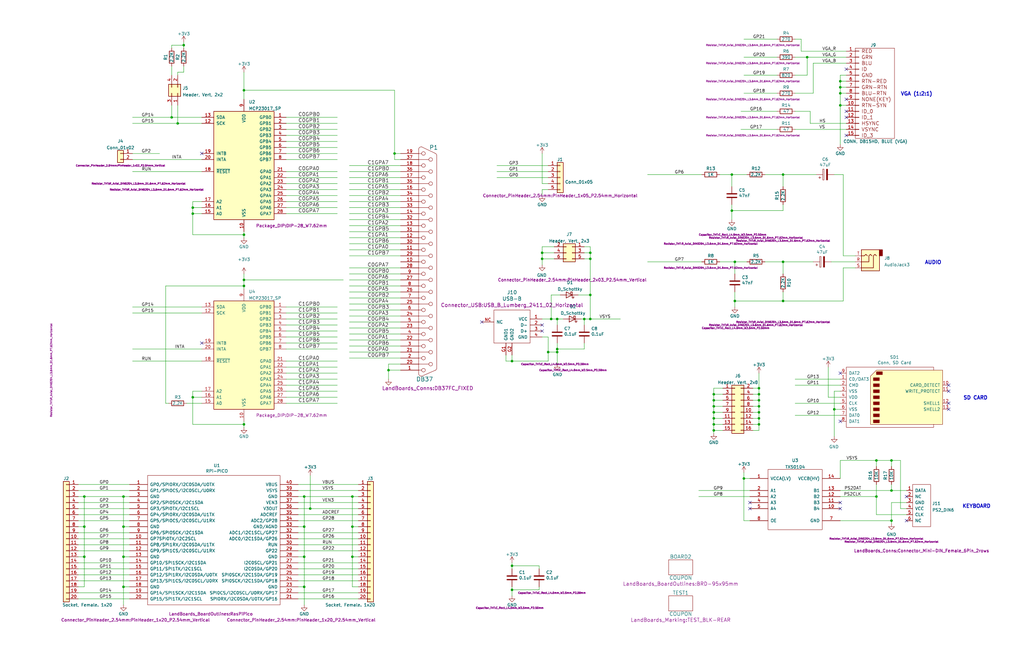
<source format=kicad_sch>
(kicad_sch (version 20211123) (generator eeschema)
  (paper "B")
  (title_block (title "PiPicoMite02") (date "2022-05-22") (rev "1") (company "land-boards.com"))
  (junction (at 300.99 176.53))
  (junction (at 35.56 234.95))
  (junction (at 234.95 147.32))
  (junction (at 320.04 163.83))
  (junction (at 308.61 73.66))
  (junction (at 369.57 194.31))
  (junction (at 320.04 171.45))
  (junction (at 102.87 99.06))
  (junction (at 309.88 110.49))
  (junction (at 52.07 234.95))
  (junction (at 234.95 134.62))
  (junction (at 52.07 209.55))
  (junction (at 231.14 148.59))
  (junction (at 81.28 87.63))
  (junction (at 300.99 171.45))
  (junction (at 148.59 222.25))
  (junction (at 300.99 181.61))
  (junction (at 102.87 179.07))
  (junction (at 313.69 201.93))
  (junction (at 81.28 167.64))
  (junction (at 77.47 19.05))
  (junction (at 102.87 120.65))
  (junction (at 354.33 36.83))
  (junction (at 248.92 134.62))
  (junction (at 351.79 172.72))
  (junction (at 320.04 179.07))
  (junction (at 163.83 156.21))
  (junction (at 300.99 166.37))
  (junction (at 52.07 247.65))
  (junction (at 148.59 234.95))
  (junction (at 128.27 209.55))
  (junction (at 309.88 127))
  (junction (at 130.81 214.63))
  (junction (at 81.28 90.17))
  (junction (at 35.56 222.25))
  (junction (at 35.56 209.55))
  (junction (at 320.04 166.37))
  (junction (at 128.27 247.65))
  (junction (at 246.38 134.62))
  (junction (at 354.33 44.45))
  (junction (at 354.33 39.37))
  (junction (at 330.2 110.49))
  (junction (at 74.93 52.07))
  (junction (at 375.92 194.31))
  (junction (at 102.87 118.11))
  (junction (at 300.99 179.07))
  (junction (at 320.04 168.91))
  (junction (at 102.87 38.1))
  (junction (at 228.6 106.68))
  (junction (at 248.92 124.46))
  (junction (at 330.2 73.66))
  (junction (at 148.59 209.55))
  (junction (at 52.07 222.25))
  (junction (at 300.99 168.91))
  (junction (at 215.9 152.4))
  (junction (at 232.41 134.62))
  (junction (at 375.92 219.71))
  (junction (at 215.9 238.76))
  (junction (at 308.61 88.9))
  (junction (at 375.92 207.01))
  (junction (at 320.04 173.99))
  (junction (at 248.92 106.68))
  (junction (at 228.6 109.22))
  (junction (at 320.04 176.53))
  (junction (at 234.95 148.59))
  (junction (at 128.27 222.25))
  (junction (at 72.39 49.53))
  (junction (at 330.2 127))
  (junction (at 354.33 34.29))
  (junction (at 248.92 109.22))
  (junction (at 215.9 248.92))
  (junction (at 166.37 64.77))
  (junction (at 340.36 24.13))
  (junction (at 128.27 234.95))
  (junction (at 369.57 209.55))
  (junction (at 300.99 173.99))
  (no_connect (at 228.6 139.7))
  (no_connect (at 228.6 137.16))
  (no_connect (at 203.2 135.89))
  (no_connect (at 354.33 157.48))
  (no_connect (at 400.05 165.1))
  (no_connect (at 400.05 162.56))
  (no_connect (at 354.33 177.8))
  (no_connect (at 316.23 214.63))
  (no_connect (at 316.23 212.09))
  (no_connect (at 354.33 212.09))
  (no_connect (at 354.33 214.63))
  (no_connect (at 382.27 219.71))
  (no_connect (at 382.27 209.55))
  (no_connect (at 85.09 64.77))
  (no_connect (at 85.09 144.78))
  (no_connect (at 400.05 172.72))
  (no_connect (at 400.05 170.18))
  (no_connect (at 356.87 49.53))
  (no_connect (at 356.87 57.15))
  (no_connect (at 356.87 41.91))
  (no_connect (at 356.87 29.21))
  (no_connect (at 356.87 46.99))
  (wire (pts (xy 248.92 104.14) (xy 246.38 104.14)))
  (wire (pts (xy 54.61 214.63) (xy 33.02 214.63)))
  (wire (pts (xy 54.61 234.95) (xy 52.07 234.95)))
  (wire (pts (xy 52.07 222.25) (xy 52.07 209.55)))
  (wire (pts (xy 246.38 137.16) (xy 246.38 134.62)))
  (wire (pts (xy 52.07 209.55) (xy 54.61 209.55)))
  (wire (pts (xy 72.39 49.53) (xy 85.09 49.53)))
  (wire (pts (xy 351.79 165.1) (xy 351.79 172.72)))
  (wire (pts (xy 317.5 181.61) (xy 320.04 181.61)))
  (wire (pts (xy 327.66 31.75) (xy 313.69 31.75)))
  (wire (pts (xy 120.65 142.24) (xy 142.24 142.24)))
  (wire (pts (xy 151.13 229.87) (xy 125.73 229.87)))
  (wire (pts (xy 379.73 214.63) (xy 379.73 194.31)))
  (wire (pts (xy 300.99 171.45) (xy 300.99 168.91)))
  (wire (pts (xy 330.2 110.49) (xy 330.2 115.57)))
  (wire (pts (xy 369.57 209.55) (xy 369.57 204.47)))
  (wire (pts (xy 102.87 179.07) (xy 102.87 180.34)))
  (wire (pts (xy 55.88 147.32) (xy 85.09 147.32)))
  (wire (pts (xy 55.88 129.54) (xy 85.09 129.54)))
  (wire (pts (xy 147.32 151.13) (xy 168.91 151.13)))
  (wire (pts (xy 54.61 219.71) (xy 33.02 219.71)))
  (wire (pts (xy 248.92 106.68) (xy 248.92 104.14)))
  (wire (pts (xy 294.64 209.55) (xy 316.23 209.55)))
  (wire (pts (xy 349.25 154.94) (xy 349.25 167.64)))
  (wire (pts (xy 246.38 147.32) (xy 246.38 144.78)))
  (wire (pts (xy 356.87 54.61) (xy 335.28 54.61)))
  (wire (pts (xy 77.47 27.94) (xy 77.47 30.48)))
  (wire (pts (xy 351.79 73.66) (xy 355.6 73.66)))
  (wire (pts (xy 147.32 118.11) (xy 168.91 118.11)))
  (wire (pts (xy 300.99 179.07) (xy 304.8 179.07)))
  (wire (pts (xy 125.73 247.65) (xy 128.27 247.65)))
  (wire (pts (xy 77.47 19.05) (xy 77.47 20.32)))
  (wire (pts (xy 382.27 207.01) (xy 375.92 207.01)))
  (wire (pts (xy 72.39 27.94) (xy 72.39 31.75)))
  (wire (pts (xy 300.99 173.99) (xy 304.8 173.99)))
  (wire (pts (xy 120.65 167.64) (xy 142.24 167.64)))
  (wire (pts (xy 382.27 214.63) (xy 379.73 214.63)))
  (wire (pts (xy 300.99 166.37) (xy 304.8 166.37)))
  (wire (pts (xy 215.9 237.49) (xy 215.9 238.76)))
  (wire (pts (xy 148.59 222.25) (xy 148.59 234.95)))
  (wire (pts (xy 151.13 240.03) (xy 125.73 240.03)))
  (wire (pts (xy 355.6 107.95) (xy 355.6 73.66)))
  (wire (pts (xy 354.33 34.29) (xy 354.33 36.83)))
  (wire (pts (xy 228.6 106.68) (xy 228.6 109.22)))
  (wire (pts (xy 81.28 99.06) (xy 81.28 90.17)))
  (wire (pts (xy 233.68 104.14) (xy 228.6 104.14)))
  (wire (pts (xy 120.65 67.31) (xy 142.24 67.31)))
  (wire (pts (xy 215.9 238.76) (xy 227.33 238.76)))
  (wire (pts (xy 55.88 64.77) (xy 67.31 64.77)))
  (wire (pts (xy 228.6 109.22) (xy 228.6 111.76)))
  (wire (pts (xy 120.65 85.09) (xy 142.24 85.09)))
  (wire (pts (xy 300.99 173.99) (xy 300.99 171.45)))
  (wire (pts (xy 151.13 242.57) (xy 125.73 242.57)))
  (wire (pts (xy 125.73 217.17) (xy 151.13 217.17)))
  (wire (pts (xy 72.39 19.05) (xy 77.47 19.05)))
  (wire (pts (xy 215.9 152.4) (xy 231.14 152.4)))
  (wire (pts (xy 330.2 123.19) (xy 330.2 127)))
  (wire (pts (xy 120.65 139.7) (xy 142.24 139.7)))
  (wire (pts (xy 54.61 207.01) (xy 33.02 207.01)))
  (wire (pts (xy 354.33 172.72) (xy 351.79 172.72)))
  (wire (pts (xy 125.73 234.95) (xy 128.27 234.95)))
  (wire (pts (xy 74.93 30.48) (xy 77.47 30.48)))
  (wire (pts (xy 69.85 170.18) (xy 71.12 170.18)))
  (wire (pts (xy 163.83 156.21) (xy 163.83 160.02)))
  (wire (pts (xy 54.61 252.73) (xy 33.02 252.73)))
  (wire (pts (xy 72.39 44.45) (xy 72.39 49.53)))
  (wire (pts (xy 35.56 222.25) (xy 35.56 234.95)))
  (wire (pts (xy 317.5 168.91) (xy 320.04 168.91)))
  (wire (pts (xy 209.55 72.39) (xy 231.14 72.39)))
  (wire (pts (xy 81.28 167.64) (xy 81.28 179.07)))
  (wire (pts (xy 35.56 222.25) (xy 33.02 222.25)))
  (wire (pts (xy 147.32 146.05) (xy 168.91 146.05)))
  (wire (pts (xy 360.68 113.03) (xy 355.6 113.03)))
  (wire (pts (xy 81.28 167.64) (xy 85.09 167.64)))
  (wire (pts (xy 330.2 110.49) (xy 342.9 110.49)))
  (wire (pts (xy 163.83 156.21) (xy 168.91 156.21)))
  (wire (pts (xy 120.65 77.47) (xy 142.24 77.47)))
  (wire (pts (xy 54.61 227.33) (xy 33.02 227.33)))
  (wire (pts (xy 354.33 219.71) (xy 375.92 219.71)))
  (wire (pts (xy 320.04 168.91) (xy 320.04 171.45)))
  (wire (pts (xy 120.65 54.61) (xy 142.24 54.61)))
  (wire (pts (xy 354.33 36.83) (xy 354.33 39.37)))
  (wire (pts (xy 232.41 134.62) (xy 234.95 134.62)))
  (wire (pts (xy 147.32 82.55) (xy 168.91 82.55)))
  (wire (pts (xy 147.32 148.59) (xy 168.91 148.59)))
  (wire (pts (xy 147.32 120.65) (xy 168.91 120.65)))
  (wire (pts (xy 148.59 234.95) (xy 148.59 247.65)))
  (wire (pts (xy 147.32 77.47) (xy 168.91 77.47)))
  (wire (pts (xy 54.61 232.41) (xy 33.02 232.41)))
  (wire (pts (xy 320.04 163.83) (xy 320.04 166.37)))
  (wire (pts (xy 337.82 16.51) (xy 337.82 21.59)))
  (wire (pts (xy 147.32 95.25) (xy 168.91 95.25)))
  (wire (pts (xy 166.37 67.31) (xy 166.37 64.77)))
  (wire (pts (xy 234.95 147.32) (xy 246.38 147.32)))
  (wire (pts (xy 52.07 255.27) (xy 52.07 247.65)))
  (wire (pts (xy 313.69 201.93) (xy 313.69 199.39)))
  (wire (pts (xy 35.56 209.55) (xy 52.07 209.55)))
  (wire (pts (xy 147.32 87.63) (xy 168.91 87.63)))
  (wire (pts (xy 147.32 100.33) (xy 168.91 100.33)))
  (wire (pts (xy 300.99 171.45) (xy 304.8 171.45)))
  (wire (pts (xy 148.59 209.55) (xy 151.13 209.55)))
  (wire (pts (xy 120.65 157.48) (xy 142.24 157.48)))
  (wire (pts (xy 300.99 168.91) (xy 300.99 166.37)))
  (wire (pts (xy 74.93 31.75) (xy 74.93 30.48)))
  (wire (pts (xy 55.88 67.31) (xy 85.09 67.31)))
  (wire (pts (xy 231.14 148.59) (xy 234.95 148.59)))
  (wire (pts (xy 163.83 153.67) (xy 168.91 153.67)))
  (wire (pts (xy 213.36 152.4) (xy 215.9 152.4)))
  (wire (pts (xy 228.6 134.62) (xy 232.41 134.62)))
  (wire (pts (xy 215.9 152.4) (xy 215.9 149.86)))
  (wire (pts (xy 128.27 209.55) (xy 148.59 209.55)))
  (wire (pts (xy 54.61 247.65) (xy 52.07 247.65)))
  (wire (pts (xy 209.55 69.85) (xy 231.14 69.85)))
  (wire (pts (xy 354.33 209.55) (xy 369.57 209.55)))
  (wire (pts (xy 228.6 142.24) (xy 231.14 142.24)))
  (wire (pts (xy 102.87 179.07) (xy 81.28 179.07)))
  (wire (pts (xy 354.33 165.1) (xy 351.79 165.1)))
  (wire (pts (xy 304.8 176.53) (xy 300.99 176.53)))
  (wire (pts (xy 312.42 54.61) (xy 327.66 54.61)))
  (wire (pts (xy 147.32 105.41) (xy 168.91 105.41)))
  (wire (pts (xy 273.05 110.49) (xy 295.91 110.49)))
  (wire (pts (xy 147.32 140.97) (xy 168.91 140.97)))
  (wire (pts (xy 308.61 88.9) (xy 330.2 88.9)))
  (wire (pts (xy 233.68 106.68) (xy 228.6 106.68)))
  (wire (pts (xy 120.65 80.01) (xy 142.24 80.01)))
  (wire (pts (xy 166.37 64.77) (xy 166.37 38.1)))
  (wire (pts (xy 147.32 138.43) (xy 168.91 138.43)))
  (wire (pts (xy 335.28 170.18) (xy 354.33 170.18)))
  (wire (pts (xy 163.83 153.67) (xy 163.83 156.21)))
  (wire (pts (xy 147.32 102.87) (xy 168.91 102.87)))
  (wire (pts (xy 55.88 49.53) (xy 72.39 49.53)))
  (wire (pts (xy 228.6 80.01) (xy 228.6 82.55)))
  (wire (pts (xy 330.2 73.66) (xy 330.2 78.74)))
  (wire (pts (xy 130.81 214.63) (xy 151.13 214.63)))
  (wire (pts (xy 209.55 74.93) (xy 231.14 74.93)))
  (wire (pts (xy 81.28 90.17) (xy 85.09 90.17)))
  (wire (pts (xy 147.32 69.85) (xy 168.91 69.85)))
  (wire (pts (xy 54.61 242.57) (xy 33.02 242.57)))
  (wire (pts (xy 354.33 31.75) (xy 354.33 34.29)))
  (wire (pts (xy 330.2 127) (xy 355.6 127)))
  (wire (pts (xy 234.95 134.62) (xy 237.49 134.62)))
  (wire (pts (xy 273.05 73.66) (xy 295.91 73.66)))
  (wire (pts (xy 246.38 134.62) (xy 248.92 134.62)))
  (wire (pts (xy 354.33 36.83) (xy 356.87 36.83)))
  (wire (pts (xy 54.61 229.87) (xy 33.02 229.87)))
  (wire (pts (xy 354.33 44.45) (xy 356.87 44.45)))
  (wire (pts (xy 54.61 204.47) (xy 33.02 204.47)))
  (wire (pts (xy 248.92 134.62) (xy 261.62 134.62)))
  (wire (pts (xy 248.92 124.46) (xy 243.84 124.46)))
  (wire (pts (xy 356.87 31.75) (xy 354.33 31.75)))
  (wire (pts (xy 78.74 170.18) (xy 85.09 170.18)))
  (wire (pts (xy 147.32 143.51) (xy 168.91 143.51)))
  (wire (pts (xy 120.65 129.54) (xy 142.24 129.54)))
  (wire (pts (xy 151.13 250.19) (xy 125.73 250.19)))
  (wire (pts (xy 147.32 97.79) (xy 168.91 97.79)))
  (wire (pts (xy 335.28 31.75) (xy 340.36 31.75)))
  (wire (pts (xy 102.87 30.48) (xy 102.87 38.1)))
  (wire (pts (xy 81.28 85.09) (xy 85.09 85.09)))
  (wire (pts (xy 147.32 80.01) (xy 168.91 80.01)))
  (wire (pts (xy 81.28 167.64) (xy 81.28 165.1)))
  (wire (pts (xy 130.81 214.63) (xy 130.81 200.66)))
  (wire (pts (xy 317.5 173.99) (xy 320.04 173.99)))
  (wire (pts (xy 313.69 201.93) (xy 313.69 219.71)))
  (wire (pts (xy 322.58 110.49) (xy 330.2 110.49)))
  (wire (pts (xy 148.59 247.65) (xy 151.13 247.65)))
  (wire (pts (xy 74.93 52.07) (xy 85.09 52.07)))
  (wire (pts (xy 102.87 120.65) (xy 102.87 121.92)))
  (wire (pts (xy 317.5 176.53) (xy 320.04 176.53)))
  (wire (pts (xy 147.32 74.93) (xy 168.91 74.93)))
  (wire (pts (xy 128.27 234.95) (xy 128.27 222.25)))
  (wire (pts (xy 55.88 152.4) (xy 85.09 152.4)))
  (wire (pts (xy 300.99 179.07) (xy 300.99 181.61)))
  (wire (pts (xy 55.88 72.39) (xy 85.09 72.39)))
  (wire (pts (xy 317.5 179.07) (xy 320.04 179.07)))
  (wire (pts (xy 232.41 124.46) (xy 236.22 124.46)))
  (wire (pts (xy 313.69 219.71) (xy 316.23 219.71)))
  (wire (pts (xy 231.14 152.4) (xy 231.14 148.59)))
  (wire (pts (xy 215.9 247.65) (xy 215.9 248.92)))
  (wire (pts (xy 147.32 113.03) (xy 168.91 113.03)))
  (wire (pts (xy 309.88 115.57) (xy 309.88 110.49)))
  (wire (pts (xy 375.92 219.71) (xy 375.92 220.98)))
  (wire (pts (xy 330.2 88.9) (xy 330.2 86.36)))
  (wire (pts (xy 228.6 77.47) (xy 231.14 77.47)))
  (wire (pts (xy 151.13 252.73) (xy 125.73 252.73)))
  (wire (pts (xy 227.33 240.03) (xy 227.33 238.76)))
  (wire (pts (xy 54.61 237.49) (xy 33.02 237.49)))
  (wire (pts (xy 320.04 176.53) (xy 320.04 179.07)))
  (wire (pts (xy 355.6 113.03) (xy 355.6 127)))
  (wire (pts (xy 354.33 194.31) (xy 369.57 194.31)))
  (wire (pts (xy 102.87 177.8) (xy 102.87 179.07)))
  (wire (pts (xy 356.87 52.07) (xy 341.63 52.07)))
  (wire (pts (xy 369.57 194.31) (xy 369.57 196.85)))
  (wire (pts (xy 375.92 194.31) (xy 369.57 194.31)))
  (wire (pts (xy 308.61 88.9) (xy 308.61 92.71)))
  (wire (pts (xy 304.8 181.61) (xy 300.99 181.61)))
  (wire (pts (xy 151.13 224.79) (xy 125.73 224.79)))
  (wire (pts (xy 102.87 38.1) (xy 166.37 38.1)))
  (wire (pts (xy 234.95 144.78) (xy 234.95 147.32)))
  (wire (pts (xy 300.99 168.91) (xy 304.8 168.91)))
  (wire (pts (xy 102.87 38.1) (xy 102.87 41.91)))
  (wire (pts (xy 320.04 179.07) (xy 320.04 181.61)))
  (wire (pts (xy 54.61 212.09) (xy 33.02 212.09)))
  (wire (pts (xy 317.5 171.45) (xy 320.04 171.45)))
  (wire (pts (xy 120.65 62.23) (xy 142.24 62.23)))
  (wire (pts (xy 309.88 127) (xy 309.88 129.54)))
  (wire (pts (xy 128.27 247.65) (xy 128.27 234.95)))
  (wire (pts (xy 320.04 157.48) (xy 320.04 163.83)))
  (wire (pts (xy 327.66 46.99) (xy 312.42 46.99)))
  (wire (pts (xy 335.28 175.26) (xy 354.33 175.26)))
  (wire (pts (xy 320.04 171.45) (xy 320.04 173.99)))
  (wire (pts (xy 120.65 160.02) (xy 142.24 160.02)))
  (wire (pts (xy 120.65 137.16) (xy 142.24 137.16)))
  (wire (pts (xy 248.92 109.22) (xy 248.92 124.46)))
  (wire (pts (xy 354.33 39.37) (xy 354.33 44.45)))
  (wire (pts (xy 349.25 167.64) (xy 354.33 167.64)))
  (wire (pts (xy 125.73 204.47) (xy 151.13 204.47)))
  (wire (pts (xy 356.87 24.13) (xy 340.36 24.13)))
  (wire (pts (xy 128.27 222.25) (xy 128.27 209.55)))
  (wire (pts (xy 215.9 238.76) (xy 215.9 240.03)))
  (wire (pts (xy 351.79 172.72) (xy 351.79 184.15)))
  (wire (pts (xy 125.73 207.01) (xy 151.13 207.01)))
  (wire (pts (xy 375.92 212.09) (xy 375.92 219.71)))
  (wire (pts (xy 102.87 99.06) (xy 102.87 100.33)))
  (wire (pts (xy 151.13 219.71) (xy 125.73 219.71)))
  (wire (pts (xy 215.9 248.92) (xy 215.9 251.46)))
  (wire (pts (xy 335.28 160.02) (xy 354.33 160.02)))
  (wire (pts (xy 147.32 115.57) (xy 168.91 115.57)))
  (wire (pts (xy 102.87 99.06) (xy 81.28 99.06)))
  (wire (pts (xy 147.32 107.95) (xy 168.91 107.95)))
  (wire (pts (xy 147.32 90.17) (xy 168.91 90.17)))
  (wire (pts (xy 151.13 232.41) (xy 125.73 232.41)))
  (wire (pts (xy 151.13 245.11) (xy 125.73 245.11)))
  (wire (pts (xy 303.53 110.49) (xy 309.88 110.49)))
  (wire (pts (xy 317.5 166.37) (xy 320.04 166.37)))
  (wire (pts (xy 369.57 217.17) (xy 369.57 209.55)))
  (wire (pts (xy 354.33 207.01) (xy 375.92 207.01)))
  (wire (pts (xy 354.33 44.45) (xy 354.33 60.96)))
  (wire (pts (xy 33.02 209.55) (xy 35.56 209.55)))
  (wire (pts (xy 120.65 72.39) (xy 142.24 72.39)))
  (wire (pts (xy 309.88 127) (xy 330.2 127)))
  (wire (pts (xy 379.73 194.31) (xy 375.92 194.31)))
  (wire (pts (xy 125.73 212.09) (xy 151.13 212.09)))
  (wire (pts (xy 303.53 73.66) (xy 308.61 73.66)))
  (wire (pts (xy 300.99 176.53) (xy 300.99 179.07)))
  (wire (pts (xy 335.28 24.13) (xy 340.36 24.13)))
  (wire (pts (xy 35.56 234.95) (xy 33.02 234.95)))
  (wire (pts (xy 102.87 97.79) (xy 102.87 99.06)))
  (wire (pts (xy 54.61 217.17) (xy 33.02 217.17)))
  (wire (pts (xy 248.92 109.22) (xy 246.38 109.22)))
  (wire (pts (xy 125.73 222.25) (xy 128.27 222.25)))
  (wire (pts (xy 55.88 132.08) (xy 85.09 132.08)))
  (wire (pts (xy 166.37 64.77) (xy 168.91 64.77)))
  (wire (pts (xy 69.85 120.65) (xy 69.85 170.18)))
  (wire (pts (xy 120.65 132.08) (xy 142.24 132.08)))
  (wire (pts (xy 228.6 64.77) (xy 228.6 77.47)))
  (wire (pts (xy 81.28 87.63) (xy 81.28 85.09)))
  (wire (pts (xy 72.39 20.32) (xy 72.39 19.05)))
  (wire (pts (xy 52.07 234.95) (xy 52.07 222.25)))
  (wire (pts (xy 54.61 240.03) (xy 33.02 240.03)))
  (wire (pts (xy 125.73 214.63) (xy 130.81 214.63)))
  (wire (pts (xy 128.27 209.55) (xy 125.73 209.55)))
  (wire (pts (xy 120.65 134.62) (xy 142.24 134.62)))
  (wire (pts (xy 375.92 194.31) (xy 375.92 196.85)))
  (wire (pts (xy 308.61 78.74) (xy 308.61 73.66)))
  (wire (pts (xy 54.61 224.79) (xy 33.02 224.79)))
  (wire (pts (xy 308.61 73.66) (xy 314.96 73.66)))
  (wire (pts (xy 147.32 85.09) (xy 168.91 85.09)))
  (wire (pts (xy 316.23 201.93) (xy 313.69 201.93)))
  (wire (pts (xy 120.65 152.4) (xy 142.24 152.4)))
  (wire (pts (xy 120.65 74.93) (xy 142.24 74.93)))
  (wire (pts (xy 360.68 107.95) (xy 355.6 107.95)))
  (wire (pts (xy 342.9 39.37) (xy 335.28 39.37)))
  (wire (pts (xy 120.65 57.15) (xy 142.24 57.15)))
  (wire (pts (xy 168.91 67.31) (xy 166.37 67.31)))
  (wire (pts (xy 231.14 142.24) (xy 231.14 148.59)))
  (wire (pts (xy 342.9 26.67) (xy 342.9 39.37)))
  (wire (pts (xy 327.66 39.37) (xy 313.69 39.37)))
  (wire (pts (xy 120.65 162.56) (xy 142.24 162.56)))
  (wire (pts (xy 327.66 16.51) (xy 313.69 16.51)))
  (wire (pts (xy 308.61 86.36) (xy 308.61 88.9)))
  (wire (pts (xy 55.88 52.07) (xy 74.93 52.07)))
  (wire (pts (xy 120.65 144.78) (xy 142.24 144.78)))
  (wire (pts (xy 120.65 170.18) (xy 142.24 170.18)))
  (wire (pts (xy 300.99 163.83) (xy 304.8 163.83)))
  (wire (pts (xy 147.32 92.71) (xy 168.91 92.71)))
  (wire (pts (xy 337.82 21.59) (xy 356.87 21.59)))
  (wire (pts (xy 341.63 46.99) (xy 341.63 52.07)))
  (wire (pts (xy 54.61 222.25) (xy 52.07 222.25)))
  (wire (pts (xy 300.99 166.37) (xy 300.99 163.83)))
  (wire (pts (xy 320.04 173.99) (xy 320.04 176.53)))
  (wire (pts (xy 54.61 245.11) (xy 33.02 245.11)))
  (wire (pts (xy 120.65 165.1) (xy 142.24 165.1)))
  (wire (pts (xy 227.33 247.65) (xy 227.33 248.92)))
  (wire (pts (xy 120.65 147.32) (xy 142.24 147.32)))
  (wire (pts (xy 300.99 181.61) (xy 300.99 182.88)))
  (wire (pts (xy 81.28 87.63) (xy 85.09 87.63)))
  (wire (pts (xy 148.59 234.95) (xy 151.13 234.95)))
  (wire (pts (xy 335.28 46.99) (xy 341.63 46.99)))
  (wire (pts (xy 81.28 90.17) (xy 81.28 87.63)))
  (wire (pts (xy 120.65 154.94) (xy 142.24 154.94)))
  (wire (pts (xy 350.52 110.49) (xy 360.68 110.49)))
  (wire (pts (xy 354.33 34.29) (xy 356.87 34.29)))
  (wire (pts (xy 309.88 110.49) (xy 314.96 110.49)))
  (wire (pts (xy 102.87 118.11) (xy 144.78 118.11)))
  (wire (pts (xy 35.56 247.65) (xy 33.02 247.65)))
  (wire (pts (xy 231.14 80.01) (xy 228.6 80.01)))
  (wire (pts (xy 245.11 134.62) (xy 246.38 134.62)))
  (wire (pts (xy 74.93 44.45) (xy 74.93 52.07)))
  (wire (pts (xy 81.28 165.1) (xy 85.09 165.1)))
  (wire (pts (xy 147.32 135.89) (xy 168.91 135.89)))
  (wire (pts (xy 151.13 237.49) (xy 125.73 237.49)))
  (wire (pts (xy 309.88 123.19) (xy 309.88 127)))
  (wire (pts (xy 120.65 59.69) (xy 142.24 59.69)))
  (wire (pts (xy 248.92 109.22) (xy 248.92 106.68)))
  (wire (pts (xy 128.27 255.27) (xy 128.27 247.65)))
  (wire (pts (xy 356.87 26.67) (xy 342.9 26.67)))
  (wire (pts (xy 327.66 24.13) (xy 313.69 24.13)))
  (wire (pts (xy 322.58 73.66) (xy 330.2 73.66)))
  (wire (pts (xy 294.64 207.01) (xy 316.23 207.01)))
  (wire (pts (xy 382.27 217.17) (xy 369.57 217.17)))
  (wire (pts (xy 320.04 166.37) (xy 320.04 168.91)))
  (wire (pts (xy 234.95 147.32) (xy 234.95 148.59)))
  (wire (pts (xy 120.65 87.63) (xy 142.24 87.63)))
  (wire (pts (xy 213.36 149.86) (xy 213.36 152.4)))
  (wire (pts (xy 120.65 52.07) (xy 142.24 52.07)))
  (wire (pts (xy 77.47 17.78) (xy 77.47 19.05)))
  (wire (pts (xy 248.92 106.68) (xy 246.38 106.68)))
  (wire (pts (xy 335.28 162.56) (xy 354.33 162.56)))
  (wire (pts (xy 234.95 148.59) (xy 234.95 153.67)))
  (wire (pts (xy 120.65 82.55) (xy 142.24 82.55)))
  (wire (pts (xy 234.95 134.62) (xy 234.95 137.16)))
  (wire (pts (xy 382.27 212.09) (xy 375.92 212.09)))
  (wire (pts (xy 215.9 248.92) (xy 227.33 248.92)))
  (wire (pts (xy 120.65 64.77) (xy 142.24 64.77)))
  (wire (pts (xy 147.32 125.73) (xy 168.91 125.73)))
  (wire (pts (xy 52.07 247.65) (xy 52.07 234.95)))
  (wire (pts (xy 354.33 194.31) (xy 354.33 201.93)))
  (wire (pts (xy 102.87 120.65) (xy 69.85 120.65)))
  (wire (pts (xy 148.59 222.25) (xy 151.13 222.25)))
  (wire (pts (xy 151.13 227.33) (xy 125.73 227.33)))
  (wire (pts (xy 102.87 118.11) (xy 102.87 120.65)))
  (wire (pts (xy 35.56 234.95) (xy 35.56 247.65)))
  (wire (pts (xy 335.28 16.51) (xy 337.82 16.51)))
  (wire (pts (xy 340.36 31.75) (xy 340.36 24.13)))
  (wire (pts (xy 232.41 134.62) (xy 232.41 124.46)))
  (wire (pts (xy 54.61 250.19) (xy 33.02 250.19)))
  (wire (pts (xy 147.32 130.81) (xy 168.91 130.81)))
  (wire (pts (xy 330.2 73.66) (xy 344.17 73.66)))
  (wire (pts (xy 354.33 39.37) (xy 356.87 39.37)))
  (wire (pts (xy 228.6 104.14) (xy 228.6 106.68)))
  (wire (pts (xy 147.32 123.19) (xy 168.91 123.19)))
  (wire (pts (xy 233.68 109.22) (xy 228.6 109.22)))
  (wire (pts (xy 148.59 209.55) (xy 148.59 222.25)))
  (wire (pts (xy 35.56 209.55) (xy 35.56 222.25)))
  (wire (pts (xy 248.92 134.62) (xy 248.92 124.46)))
  (wire (pts (xy 317.5 163.83) (xy 320.04 163.83)))
  (wire (pts (xy 120.65 90.17) (xy 142.24 90.17)))
  (wire (pts (xy 102.87 115.57) (xy 102.87 118.11)))
  (wire (pts (xy 147.32 72.39) (xy 168.91 72.39)))
  (wire (pts (xy 120.65 49.53) (xy 142.24 49.53)))
  (wire (pts (xy 375.92 207.01) (xy 375.92 204.47)))
  (wire (pts (xy 147.32 133.35) (xy 168.91 133.35)))
  (wire (pts (xy 147.32 128.27) (xy 168.91 128.27)))
  (wire (pts (xy 300.99 173.99) (xy 300.99 176.53)))
  (text "KEYBOARD" (at 417.83 214.63 180) (effects (font (size 1.524 1.524) (thickness 0.3048) bold) (justify right bottom)))
  (text "AUDIO" (at 389.89 111.76 0) (effects (font (size 1.524 1.524) (thickness 0.3048) bold) (justify left bottom)))
  (text "VGA (1:2:1)" (at 379.73 40.64 0) (effects (font (size 1.524 1.524) (thickness 0.3048) bold) (justify left bottom)))
  (text "SD CARD" (at 416.56 168.91 180) (effects (font (size 1.524 1.524) (thickness 0.3048) bold) (justify right bottom)))
  (label "GP18" (at 135.89 245.11 0))
  (label "GP4" (at 41.91 217.17 0))
  (label "RUN" (at 135.89 229.87 0))
  (label "C1GPA3" (at 154.94 90.17 0) (effects (font (size 1.524 1.524))))
  (label "GP0" (at 41.91 204.47 0))
  (label "C1GPB5" (at 154.94 97.79 0) (effects (font (size 1.524 1.524))))
  (label "C1GPA0" (at 154.94 105.41 0) (effects (font (size 1.524 1.524))))
  (label "C0GPA6" (at 125.73 87.63 0) (effects (font (size 1.524 1.524))))
  (label "C0GPB0" (at 125.73 49.53 0) (effects (font (size 1.524 1.524))))
  (label "GP10" (at 41.91 237.49 0))
  (label "GP7" (at 41.91 227.33 0))
  (label "C0GPB2" (at 154.94 125.73 0) (effects (font (size 1.524 1.524))))
  (label "C1GPA0" (at 125.73 152.4 0) (effects (font (size 1.524 1.524))))
  (label "C0GPA0" (at 125.73 72.39 0) (effects (font (size 1.524 1.524))))
  (label "GP19" (at 317.5 31.75 0))
  (label "C1GPB0" (at 154.94 72.39 0) (effects (font (size 1.524 1.524))))
  (label "GP27" (at 135.89 224.79 0))
  (label "C0GPB5" (at 154.94 140.97 0) (effects (font (size 1.524 1.524))))
  (label "C1GPA6" (at 125.73 167.64 0) (effects (font (size 1.524 1.524))))
  (label "GP3" (at 41.91 214.63 0))
  (label "GP2" (at 59.69 64.77 0))
  (label "VSYS" (at 252.73 134.62 0))
  (label "C1GPA1" (at 154.94 100.33 0) (effects (font (size 1.524 1.524))))
  (label "C1GPB0" (at 125.73 129.54 0) (effects (font (size 1.524 1.524))))
  (label "C1GPA7" (at 154.94 69.85 0) (effects (font (size 1.524 1.524))))
  (label "C1GPA4" (at 125.73 162.56 0) (effects (font (size 1.524 1.524))))
  (label "C1GPB4" (at 154.94 92.71 0) (effects (font (size 1.524 1.524))))
  (label "C1GPB4" (at 125.73 139.7 0) (effects (font (size 1.524 1.524))))
  (label "C1GPA2" (at 154.94 95.25 0) (effects (font (size 1.524 1.524))))
  (label "GP3" (at 214.63 69.85 0))
  (label "VBUS" (at 135.89 204.47 0))
  (label "C0GPB6" (at 125.73 64.77 0) (effects (font (size 1.524 1.524))))
  (label "C1GPA1" (at 125.73 154.94 0) (effects (font (size 1.524 1.524))))
  (label "C0GPB7" (at 154.94 151.13 0) (effects (font (size 1.524 1.524))))
  (label "C1GPB7" (at 125.73 147.32 0) (effects (font (size 1.524 1.524))))
  (label "C0GPA4" (at 154.94 128.27 0) (effects (font (size 1.524 1.524))))
  (label "C1GPB3" (at 125.73 137.16 0) (effects (font (size 1.524 1.524))))
  (label "C0GPA3" (at 125.73 80.01 0) (effects (font (size 1.524 1.524))))
  (label "C0GPB6" (at 154.94 146.05 0) (effects (font (size 1.524 1.524))))
  (label "GP20" (at 135.89 240.03 0))
  (label "GP14" (at 59.69 49.53 0))
  (label "C0GPA6" (at 154.94 118.11 0) (effects (font (size 1.524 1.524))))
  (label "GP6" (at 284.48 73.66 0))
  (label "C0GPA5" (at 154.94 123.19 0) (effects (font (size 1.524 1.524))))
  (label "VSYS" (at 356.87 194.31 0))
  (label "C0GPA3" (at 154.94 133.35 0) (effects (font (size 1.524 1.524))))
  (label "C0GPA1" (at 125.73 74.93 0) (effects (font (size 1.524 1.524))))
  (label "VGA_G" (at 346.71 24.13 0))
  (label "GP14" (at 59.69 129.54 0))
  (label "GP13" (at 345.44 160.02 180))
  (label "GP16" (at 135.89 252.73 0))
  (label "GP18" (at 317.5 39.37 0))
  (label "C1GPA7" (at 125.73 170.18 0) (effects (font (size 1.524 1.524))))
  (label "GP2" (at 41.91 212.09 0))
  (label "C0GPA7" (at 125.73 90.17 0) (effects (font (size 1.524 1.524))))
  (label "GP15" (at 41.91 252.73 0))
  (label "C0GPA7" (at 154.94 113.03 0) (effects (font (size 1.524 1.524))))
  (label "GP17" (at 316.23 54.61 0))
  (label "GP12" (at 345.44 175.26 180))
  (label "PS2CLK" (at 363.22 209.55 180))
  (label "VGA_R" (at 346.71 21.59 0))
  (label "ADCREF" (at 135.89 217.17 0))
  (label "C0GPA2" (at 154.94 138.43 0) (effects (font (size 1.524 1.524))))
  (label "C1GPB6" (at 125.73 144.78 0) (effects (font (size 1.524 1.524))))
  (label "GP1" (at 41.91 207.01 0))
  (label "C1GPB3" (at 154.94 87.63 0) (effects (font (size 1.524 1.524))))
  (label "C0GPB4" (at 125.73 59.69 0) (effects (font (size 1.524 1.524))))
  (label "C0GPB3" (at 154.94 130.81 0) (effects (font (size 1.524 1.524))))
  (label "RUN" (at 59.69 72.39 0))
  (label "GP17" (at 135.89 250.19 0))
  (label "GP0" (at 214.63 74.93 0))
  (label "GP7" (at 284.48 110.49 0))
  (label "GP19" (at 135.89 242.57 0))
  (label "C0GPB1" (at 125.73 52.07 0) (effects (font (size 1.524 1.524))))
  (label "C1GPB1" (at 154.94 77.47 0) (effects (font (size 1.524 1.524))))
  (label "GP20" (at 317.5 24.13 0))
  (label "C0GPB4" (at 154.94 135.89 0) (effects (font (size 1.524 1.524))))
  (label "C1GPB2" (at 154.94 82.55 0) (effects (font (size 1.524 1.524))))
  (label "GP12" (at 41.91 242.57 0))
  (label "GP28" (at 135.89 219.71 0))
  (label "GP5" (at 41.91 219.71 0))
  (label "GP9" (at 304.8 207.01 180))
  (label "C1GPB7" (at 154.94 107.95 0) (effects (font (size 1.524 1.524))))
  (label "GP1" (at 214.63 72.39 0))
  (label "INTA" (at 73.66 147.32 0))
  (label "GP21" (at 135.89 237.49 0))
  (label "GP11" (at 41.91 240.03 0))
  (label "C1GPA2" (at 125.73 157.48 0) (effects (font (size 1.524 1.524))))
  (label "C1GPA4" (at 154.94 85.09 0) (effects (font (size 1.524 1.524))))
  (label "C1GPA5" (at 154.94 80.01 0) (effects (font (size 1.524 1.524))))
  (label "C0GPB0" (at 154.94 115.57 0) (effects (font (size 1.524 1.524))))
  (label "GP10" (at 345.44 170.18 180))
  (label "C0GPB3" (at 125.73 57.15 0) (effects (font (size 1.524 1.524))))
  (label "GP16" (at 316.23 46.99 0))
  (label "GP14" (at 41.91 250.19 0))
  (label "GP15" (at 59.69 132.08 0))
  (label "C1GPB1" (at 125.73 132.08 0) (effects (font (size 1.524 1.524))))
  (label "C0GPB5" (at 125.73 62.23 0) (effects (font (size 1.524 1.524))))
  (label "C1GPA6" (at 154.94 74.93 0) (effects (font (size 1.524 1.524))))
  (label "PS2DAT" (at 363.22 207.01 180))
  (label "C0GPA4" (at 125.73 82.55 0) (effects (font (size 1.524 1.524))))
  (label "GP8" (at 41.91 229.87 0))
  (label "GP11" (at 345.44 162.56 180))
  (label "C0GPA0" (at 154.94 148.59 0) (effects (font (size 1.524 1.524))))
  (label "C0GPB7" (at 125.73 67.31 0) (effects (font (size 1.524 1.524))))
  (label "GP21" (at 317.5 16.51 0))
  (label "GP13" (at 41.91 245.11 0))
  (label "RUN" (at 59.69 152.4 0))
  (label "GP9" (at 41.91 232.41 0))
  (label "C1GPA3" (at 125.73 160.02 0) (effects (font (size 1.524 1.524))))
  (label "C1GPB5" (at 125.73 142.24 0) (effects (font (size 1.524 1.524))))
  (label "INTA" (at 72.39 67.31 0))
  (label "GP15" (at 59.69 52.07 0))
  (label "C1GPA5" (at 125.73 165.1 0) (effects (font (size 1.524 1.524))))
  (label "C1GPB2" (at 125.73 134.62 0) (effects (font (size 1.524 1.524))))
  (label "VGA_B" (at 346.71 26.67 0))
  (label "GP6" (at 41.91 224.79 0))
  (label "VSYS" (at 135.89 207.01 0))
  (label "C0GPB1" (at 154.94 120.65 0) (effects (font (size 1.524 1.524))))
  (label "GP8" (at 304.8 209.55 180))
  (label "C0GPB2" (at 125.73 54.61 0) (effects (font (size 1.524 1.524))))
  (label "C0GPA1" (at 154.94 143.51 0) (effects (font (size 1.524 1.524))))
  (label "C1GPB6" (at 154.94 102.87 0) (effects (font (size 1.524 1.524))))
  (label "C0GPA5" (at 125.73 85.09 0) (effects (font (size 1.524 1.524))))
  (label "HS" (at 345.44 52.07 0))
  (label "VEN3" (at 135.89 212.09 0))
  (label "GP22" (at 135.89 232.41 0))
  (label "GP26" (at 135.89 227.33 0))
  (label "VS" (at 345.44 54.61 0))
  (label "C0GPA2" (at 125.73 77.47 0) (effects (font (size 1.524 1.524))))
  (symbol (lib_id "LandBoards:COUPON") (at 287.02 257.81 0) (unit 1)
    (property "Reference" "TEST1" (at 287.02 250.19 0) (effects (font (size 1.524 1.524))))
    (property "Value" "COUPON" (at 287.02 259.08 0) (effects (font (size 1.524 1.524))))
    (property "Footprint" "LandBoards_Marking:TEST_BLK-REAR" (at 287.02 261.62 0) (effects (font (size 1.524 1.524))))
  )
  (symbol (lib_id "power:GND") (at 52.07 255.27 0) (unit 1)
    (property "Reference" "#PWR04" (effects hide))
    (property "Value" "GND" (at 52.07 259.08 0))
  )
  (symbol (lib_id "power:GND") (at 300.99 182.88 0) (unit 1)
    (property "Reference" "#PWR012" (effects hide))
    (property "Value" "GND" (at 300.99 186.69 0))
  )
  (symbol (lib_id "power:+3.3V") (at 320.04 157.48 0) (unit 1)
    (property "Reference" "#PWR015" (effects hide))
    (property "Value" "+3.3V" (at 320.04 153.924 0))
  )
  (symbol (lib_id "Device:C") (at 215.9 243.84 0) (unit 1)
    (property "Reference" "C1" (at 218.821 241.5286 0) (effects (justify left)))
    (property "Value" "0.1uF" (at 218.821 243.84 0) (effects (justify left)))
    (property "Footprint" "Capacitor_THT:C_Rect_L4.0mm_W2.5mm_P2.50mm" (at 200.66 256.54 0) (effects (font (size 0.762 0.762)) (justify left)))
  )
  (symbol (lib_id "Device:C") (at 227.33 243.84 0) (unit 1)
    (property "Reference" "C2" (at 230.251 241.5286 0) (effects (justify left)))
    (property "Value" "0.1uF" (at 230.251 243.84 0) (effects (justify left)))
    (property "Footprint" "Capacitor_THT:C_Rect_L4.0mm_W2.5mm_P2.50mm" (at 218.44 250.19 0) (effects (font (size 0.762 0.762)) (justify left)))
  )
  (symbol (lib_id "power:GND") (at 128.27 255.27 0) (unit 1)
    (property "Reference" "#PWR09" (effects hide))
    (property "Value" "GND" (at 128.27 259.08 0))
  )
  (symbol (lib_id "power:GND") (at 215.9 251.46 0) (unit 1)
    (property "Reference" "#PWR07" (effects hide))
    (property "Value" "GND" (at 215.9 255.27 0))
  )
  (symbol (lib_id "power:+3.3V") (at 215.9 237.49 0) (unit 1)
    (property "Reference" "#PWR06" (effects hide))
    (property "Value" "+3.3V" (at 215.9 233.934 0))
  )
  (symbol (lib_id "LandBoards_Conns:VGA") (at 368.3 39.37 0) (unit 1)
    (property "Reference" "J9" (at 367.03 19.05 0) (effects (justify left)))
    (property "Value" "CONN, DB15HD, BLUE (VGA)" (at 355.6 59.69 0) (effects (justify left)))
    (property "Footprint" "LandBoards_Conns:DB_15F-VGA-fixed" (effects hide))
  )
  (symbol (lib_id "Device:R") (at 331.47 16.51 270) (unit 1)
    (property "Reference" "R4" (at 331.47 13.97 90))
    (property "Value" "270" (at 331.47 16.51 90))
    (property "Footprint" "Resistor_THT:R_Axial_DIN0204_L3.6mm_D1.6mm_P7.62mm_Horizontal" (at 317.5 19.05 90) (effects (font (size 0.762 0.762))))
  )
  (symbol (lib_id "power:GND") (at 354.33 60.96 0) (unit 1)
    (property "Reference" "#PWR019" (effects hide))
    (property "Value" "GND" (at 354.33 64.77 0))
  )
  (symbol (lib_id "Device:R") (at 299.72 110.49 270) (unit 1)
    (property "Reference" "R8" (at 299.72 107.95 90))
    (property "Value" "1K" (at 299.72 110.49 90))
    (property "Footprint" "Resistor_THT:R_Axial_DIN0204_L3.6mm_D1.6mm_P7.62mm_Horizontal" (at 299.72 113.03 90) (effects (font (size 0.762 0.762))))
  )
  (symbol (lib_id "Device:C") (at 309.88 119.38 0) (unit 1)
    (property "Reference" "C3" (at 312.801 117.0686 0) (effects (justify left)))
    (property "Value" "47nF" (at 312.801 119.38 0) (effects (justify left)))
    (property "Footprint" "Capacitor_THT:C_Rect_L4.0mm_W2.5mm_P2.50mm" (at 295.91 138.43 0) (effects (font (size 0.762 0.762)) (justify left)))
  )
  (symbol (lib_id "power:GND") (at 309.88 129.54 0) (unit 1)
    (property "Reference" "#PWR018" (effects hide))
    (property "Value" "GND" (at 309.88 133.35 0))
  )
  (symbol (lib_id "Device:C_Polarized") (at 346.71 110.49 90) (unit 1)
    (property "Reference" "C4" (at 346.71 104.0892 90))
    (property "Value" "47uF" (at 346.71 106.4006 90))
    (property "Footprint" "Capacitor_THT:CP_Radial_D5.0mm_P2.50mm" (effects hide))
  )
  (symbol (lib_id "PiPico-01-rescue:SD_Card-Connector-ESP32-VGA-rescue") (at 377.19 167.64 0) (unit 1)
    (property "Reference" "SD1" (at 377.19 150.749 0))
    (property "Value" "Conn, SD Card" (at 377.19 153.0604 0))
    (property "Footprint" "LandBoards_Conns:SD_CARD" (effects hide))
    (property "Datasheet" "http://portal.fciconnect.com/Comergent//fci/drawing/10067847.pdf" (effects hide))
  )
  (symbol (lib_id "power:GND") (at 351.79 184.15 0) (mirror y) (unit 1)
    (property "Reference" "#PWR01" (effects hide))
    (property "Value" "GND" (at 351.663 188.5442 0))
  )
  (symbol (lib_id "power:+3.3V") (at 130.81 200.66 0) (unit 1)
    (property "Reference" "#PWR010" (effects hide))
    (property "Value" "+3.3V" (at 130.81 197.104 0))
  )
  (symbol (lib_id "power:+3.3V") (at 349.25 154.94 0) (mirror y) (unit 1)
    (property "Reference" "#PWR03" (effects hide))
    (property "Value" "+3.3V" (at 349.25 151.384 0))
  )
  (symbol (lib_id "power:GND") (at 234.95 153.67 0) (unit 1)
    (property "Reference" "#PWR02" (effects hide))
    (property "Value" "GND" (at 235.077 158.0642 0))
  )
  (symbol (lib_id "Device:C") (at 234.95 140.97 0) (unit 1)
    (property "Reference" "C7" (at 237.871 138.6586 0) (effects (justify left)))
    (property "Value" "0.1uF" (at 237.871 140.97 0) (effects (justify left)))
    (property "Footprint" "Capacitor_THT:C_Rect_L4.0mm_W2.5mm_P2.50mm" (at 219.71 153.67 0) (effects (font (size 0.762 0.762)) (justify left)))
  )
  (symbol (lib_id "Device:C") (at 246.38 140.97 0) (unit 1)
    (property "Reference" "C8" (at 249.301 138.6586 0) (effects (justify left)))
    (property "Value" "0.1uF" (at 249.301 140.97 0) (effects (justify left)))
    (property "Footprint" "Capacitor_THT:C_Rect_L4.0mm_W2.5mm_P2.50mm" (at 227.33 156.21 0) (effects (font (size 0.762 0.762)) (justify left)))
  )
  (symbol (lib_id "LandBoards_Semis:RPi-PICO") (at 91.44 226.06 0) (unit 1)
    (property "Reference" "U1" (at 91.44 196.469 0))
    (property "Value" "RPi-PICO" (at 91.44 198.7804 0))
    (property "Footprint" "LandBoards_BoardOutlines:RasPiPico" (at 88.9 259.08 0))
    (property "Datasheet" "DOCUMENTATION" (effects hide))
  )
  (symbol (lib_id "Device:R") (at 331.47 31.75 270) (unit 1)
    (property "Reference" "R7" (at 331.47 29.21 90))
    (property "Value" "820" (at 331.47 31.75 90))
    (property "Footprint" "Resistor_THT:R_Axial_DIN0204_L3.6mm_D1.6mm_P7.62mm_Horizontal" (at 317.5 34.29 90) (effects (font (size 0.762 0.762))))
  )
  (symbol (lib_id "Device:R") (at 331.47 24.13 270) (unit 1)
    (property "Reference" "R6" (at 331.47 21.59 90))
    (property "Value" "390" (at 331.47 24.13 90))
    (property "Footprint" "Resistor_THT:R_Axial_DIN0204_L3.6mm_D1.6mm_P7.62mm_Horizontal" (at 317.5 26.67 90) (effects (font (size 0.762 0.762))))
  )
  (symbol (lib_id "Device:R") (at 331.47 39.37 270) (unit 1)
    (property "Reference" "R9" (at 331.47 36.83 90))
    (property "Value" "270" (at 331.47 39.37 90))
    (property "Footprint" "Resistor_THT:R_Axial_DIN0204_L3.6mm_D1.6mm_P7.62mm_Horizontal" (at 317.5 41.91 90) (effects (font (size 0.762 0.762))))
  )
  (symbol (lib_id "Device:R") (at 331.47 46.99 270) (unit 1)
    (property "Reference" "R14" (at 331.47 44.45 90))
    (property "Value" "47" (at 331.47 46.99 90))
    (property "Footprint" "Resistor_THT:R_Axial_DIN0204_L3.6mm_D1.6mm_P7.62mm_Horizontal" (at 317.5 49.53 90) (effects (font (size 0.762 0.762))))
  )
  (symbol (lib_id "Device:R") (at 331.47 54.61 270) (unit 1)
    (property "Reference" "R11" (at 331.47 52.07 90))
    (property "Value" "47" (at 331.47 54.61 90))
    (property "Footprint" "Resistor_THT:R_Axial_DIN0204_L3.6mm_D1.6mm_P7.62mm_Horizontal" (at 317.5 57.15 90) (effects (font (size 0.762 0.762))))
  )
  (symbol (lib_id "LandBoards_Conns:USB-B") (at 217.17 148.59 0) (unit 1)
    (property "Reference" "J10" (at 215.9 123.3678 0) (effects (font (size 1.524 1.524))))
    (property "Value" "USB-B" (at 215.9 126.0602 0) (effects (font (size 1.524 1.524))))
    (property "Footprint" "Connector_USB:USB_B_Lumberg_2411_02_Horizontal" (at 215.9 128.7526 0) (effects (font (size 1.524 1.524))))
  )
  (symbol (lib_id "power:+3.3V") (at 77.47 17.78 0) (unit 1)
    (property "Reference" "#PWR08" (effects hide))
    (property "Value" "+3.3V" (at 77.47 14.224 0))
  )
  (symbol (lib_id "power:+3.3V") (at 102.87 30.48 0) (unit 1)
    (property "Reference" "#PWR013" (effects hide))
    (property "Value" "+3.3V" (at 102.87 26.924 0))
  )
  (symbol (lib_id "Device:D_Schottky") (at 241.3 134.62 180) (unit 1)
    (property "Reference" "D2" (at 241.6175 129.3835 0))
    (property "Value" "D_Schottky" (at 241.6175 132.1586 0))
    (property "Footprint" "Diode_THT:D_DO-201AD_P12.70mm_Horizontal" (effects hide))
  )
  (symbol (lib_id "Connector_Generic:Conn_02x02_Odd_Even") (at 74.93 39.37 270) (mirror x) (unit 1)
    (property "Reference" "J5" (at 76.962 37.1915 90) (effects (justify left)))
    (property "Value" "Header, Vert, 2x2" (at 76.962 39.9666 90) (effects (justify left)))
    (property "Footprint" "Connector_PinHeader_2.54mm:PinHeader_2x02_P2.54mm_Vertical" (effects hide))
  )
  (symbol (lib_id "Device:R") (at 318.77 110.49 270) (unit 1)
    (property "Reference" "R5" (at 318.77 107.95 90))
    (property "Value" "2.2K" (at 318.77 110.49 90))
    (property "Footprint" "Resistor_THT:R_Axial_DIN0204_L3.6mm_D1.6mm_P7.62mm_Horizontal" (at 318.77 137.16 90) (effects (font (size 0.762 0.762))))
  )
  (symbol (lib_id "Connector:AudioJack3") (at 365.76 110.49 180) (unit 1)
    (property "Reference" "J8" (at 372.872 108.9465 0) (effects (justify right)))
    (property "Value" "AudioJack3" (at 372.872 111.7216 0) (effects (justify right)))
    (property "Footprint" "LandBoards_Conns:Jack_3.5mm_CUI_SJ1-3523N_Horizontal" (effects hide))
  )
  (symbol (lib_id "Device:C_Polarized") (at 347.98 73.66 90) (unit 1)
    (property "Reference" "C6" (at 347.98 67.2592 90))
    (property "Value" "47uF" (at 347.98 69.5706 90))
    (property "Footprint" "Capacitor_THT:CP_Radial_D5.0mm_P2.50mm" (effects hide))
  )
  (symbol (lib_id "Device:R") (at 74.93 170.18 270) (unit 1)
    (property "Reference" "R3" (at 74.93 167.64 90))
    (property "Value" "2.2K" (at 74.93 170.18 90))
    (property "Footprint" "Resistor_THT:R_Axial_DIN0204_L3.6mm_D1.6mm_P7.62mm_Horizontal" (at 21.59 156.21 0) (effects (font (size 0.762 0.762))))
  )
  (symbol (lib_id "Connector_Generic:Conn_02x08_Odd_Even") (at 309.88 171.45 0) (unit 1)
    (property "Reference" "J6" (at 311.15 158.5935 0))
    (property "Value" "Header, Vert, 2x8" (at 311.15 161.3686 0))
    (property "Footprint" "Connector_PinSocket_2.54mm:PinSocket_2x08_P2.54mm_Vertical" (effects hide))
  )
  (symbol (lib_id "Connector_Generic:Conn_01x02") (at 50.8 64.77 0) (mirror y) (unit 1)
    (property "Reference" "J4" (at 50.8 59.5335 0))
    (property "Value" "Conn_01x02" (at 50.8 62.3086 0))
    (property "Footprint" "Connector_PinHeader_2.54mm:PinHeader_1x02_P2.54mm_Vertical" (at 50.8 69.85 0) (effects (font (size 0.762 0.762))))
  )
  (symbol (lib_id "power:GND") (at 375.92 220.98 0) (unit 1)
    (property "Reference" "#PWR020" (effects hide))
    (property "Value" "GND" (at 375.92 225.5425 0))
  )
  (symbol (lib_id "Device:R") (at 299.72 73.66 270) (unit 1)
    (property "Reference" "R13" (at 299.72 71.12 90))
    (property "Value" "1K" (at 299.72 73.66 90))
    (property "Footprint" "Resistor_THT:R_Axial_DIN0204_L3.6mm_D1.6mm_P7.62mm_Horizontal" (at 299.72 102.87 90) (effects (font (size 0.762 0.762))))
  )
  (symbol (lib_id "LandBoards_Semis:TXS0104") (at 335.28 210.82 0) (unit 1)
    (property "Reference" "U3" (at 335.28 194.2805 0))
    (property "Value" "TXS0104" (at 335.28 197.0556 0))
    (property "Footprint" "Package_SO:SOIC-14_3.9x8.7mm_P1.27mm" (effects hide))
    (property "Datasheet" "DOCUMENTATION" (effects hide))
  )
  (symbol (lib_id "power:GND") (at 308.61 92.71 0) (unit 1)
    (property "Reference" "#PWR017" (effects hide))
    (property "Value" "GND" (at 308.61 96.52 0))
  )
  (symbol (lib_id "Device:D_Schottky") (at 240.03 124.46 180) (unit 1)
    (property "Reference" "D1" (at 240.3475 119.2235 0))
    (property "Value" "D_Schottky" (at 240.3475 121.9986 0))
    (property "Footprint" "Diode_SMD:D_SOD-123" (effects hide))
  )
  (symbol (lib_id "LandBoards:COUPON") (at 287.02 242.57 0) (unit 1)
    (property "Reference" "BOARD2" (at 287.02 234.95 0) (effects (font (size 1.524 1.524))))
    (property "Value" "COUPON" (at 287.02 243.84 0) (effects (font (size 1.524 1.524))))
    (property "Footprint" "LandBoards_BoardOutlines:BRD-95x95mm" (at 287.02 246.38 0) (effects (font (size 1.524 1.524))))
  )
  (symbol (lib_id "Device:R") (at 330.2 82.55 0) (unit 1)
    (property "Reference" "R15" (at 327.66 82.55 90))
    (property "Value" "2.2K" (at 330.2 82.55 90))
    (property "Footprint" "Resistor_THT:R_Axial_DIN0204_L3.6mm_D1.6mm_P7.62mm_Horizontal" (at 330.2 101.6 0) (effects (font (size 0.762 0.762))))
  )
  (symbol (lib_id "Device:R") (at 77.47 24.13 0) (unit 1)
    (property "Reference" "R2" (at 74.93 24.13 90))
    (property "Value" "2.2K" (at 77.47 24.13 90))
    (property "Footprint" "Resistor_THT:R_Axial_DIN0204_L3.6mm_D1.6mm_P7.62mm_Horizontal" (at 66.04 80.01 0) (effects (font (size 0.762 0.762))))
  )
  (symbol (lib_id "Device:R") (at 72.39 24.13 0) (unit 1)
    (property "Reference" "R1" (at 69.85 24.13 90))
    (property "Value" "2.2K" (at 72.39 24.13 90))
    (property "Footprint" "Resistor_THT:R_Axial_DIN0204_L3.6mm_D1.6mm_P7.62mm_Horizontal" (at 58.42 77.47 0) (effects (font (size 0.762 0.762))))
  )
  (symbol (lib_id "power:+3.3V") (at 313.69 199.39 0) (mirror y) (unit 1)
    (property "Reference" "#PWR021" (effects hide))
    (property "Value" "+3.3V" (at 313.69 195.834 0))
  )
  (symbol (lib_id "Device:R") (at 330.2 119.38 180) (unit 1)
    (property "Reference" "R10" (at 332.74 119.38 90))
    (property "Value" "2.2K" (at 330.2 119.38 90))
    (property "Footprint" "Resistor_THT:R_Axial_DIN0204_L3.6mm_D1.6mm_P7.62mm_Horizontal" (at 330.2 135.89 0) (effects (font (size 0.762 0.762))))
  )
  (symbol (lib_id "power:GND") (at 163.83 160.02 0) (unit 1)
    (property "Reference" "#PWR0103" (effects hide))
    (property "Value" "GND" (effects hide))
  )
  (symbol (lib_id "Device:C") (at 308.61 82.55 0) (unit 1)
    (property "Reference" "C5" (at 311.531 80.2386 0) (effects (justify left)))
    (property "Value" "47nF" (at 311.531 82.55 0) (effects (justify left)))
    (property "Footprint" "Capacitor_THT:C_Rect_L4.0mm_W2.5mm_P2.50mm" (at 294.64 99.06 0) (effects (font (size 0.762 0.762)) (justify left)))
  )
  (symbol (lib_id "Connector_Generic:Conn_02x03_Odd_Even") (at 241.3 106.68 0) (mirror y) (unit 1)
    (property "Reference" "J7" (at 240.03 98.9035 0))
    (property "Value" "Header, Vert, 2x3" (at 240.03 101.6786 0))
    (property "Footprint" "Connector_PinHeader_2.54mm:PinHeader_2x03_P2.54mm_Vertical" (at 241.3 118.11 0))
  )
  (symbol (lib_id "DigIO32-I2C-rescue:DB37-conn") (at 180.34 110.49 0) (unit 1)
    (property "Reference" "P1" (at 182.88 62.23 0) (effects (font (size 1.778 1.778))))
    (property "Value" "DB37" (at 179.07 160.02 0) (effects (font (size 1.778 1.778))))
    (property "Footprint" "LandBoards_Conns:DB37FC_FIXED" (at 180.34 163.83 0) (effects (font (size 1.524 1.524))))
  )
  (symbol (lib_id "Connector_Generic:Conn_01x20") (at 27.94 227.33 0) (mirror y) (unit 1)
    (property "Reference" "J2" (at 27.94 201.93 0))
    (property "Value" "Socket, Female. 1x20" (at 36.83 255.27 0))
    (property "Footprint" "Connector_PinHeader_2.54mm:PinHeader_1x20_P2.54mm_Vertical" (at 57.15 261.62 0))
  )
  (symbol (lib_id "power:GND") (at 228.6 82.55 0) (unit 1)
    (property "Reference" "#PWR0102" (effects hide))
    (property "Value" "GND" (at 228.6 86.36 0))
  )
  (symbol (lib_id "Device:R") (at 369.57 200.66 0) (unit 1)
    (property "Reference" "R16" (at 367.03 200.66 90))
    (property "Value" "10K" (at 369.57 200.66 90))
    (property "Footprint" "Resistor_THT:R_Axial_DIN0204_L3.6mm_D1.6mm_P7.62mm_Horizontal" (at 369.57 227.33 0) (effects (font (size 0.762 0.762))))
  )
  (symbol (lib_id "Connector_Generic:Conn_01x20") (at 156.21 227.33 0) (unit 1)
    (property "Reference" "J3" (at 154.94 201.93 0) (effects (justify left)))
    (property "Value" "Socket, Female. 1x20" (at 137.16 255.27 0) (effects (justify left)))
    (property "Footprint" "Connector_PinHeader_2.54mm:PinHeader_1x20_P2.54mm_Vertical" (at 127 261.62 0))
  )
  (symbol (lib_id "Interface_Expansion:MCP23017_SP") (at 102.87 149.86 0) (unit 1)
    (property "Reference" "U4" (at 104.8894 123.0335 0) (effects (justify left)))
    (property "Value" "MCP23017_SP" (at 104.8894 125.8086 0) (effects (justify left)))
    (property "Footprint" "Package_DIP:DIP-28_W7.62mm" (at 107.95 175.26 0) (effects (justify left)))
    (property "Datasheet" "http://ww1.microchip.com/downloads/en/DeviceDoc/20001952C.pdf" (effects hide))
  )
  (symbol (lib_id "Interface_Expansion:MCP23017_SP") (at 102.87 69.85 0) (unit 1)
    (property "Reference" "U2" (at 104.8894 43.0235 0) (effects (justify left)))
    (property "Value" "MCP23017_SP" (at 104.8894 45.7986 0) (effects (justify left)))
    (property "Footprint" "Package_DIP:DIP-28_W7.62mm" (at 107.95 95.25 0) (effects (justify left)))
    (property "Datasheet" "http://ww1.microchip.com/downloads/en/DeviceDoc/20001952C.pdf" (effects hide))
  )
  (symbol (lib_id "power:GND") (at 102.87 180.34 0) (unit 1)
    (property "Reference" "#PWR022" (effects hide))
    (property "Value" "GND" (at 102.87 184.15 0))
  )
  (symbol (lib_id "LandBoards_Conns:PS2_DIN6") (at 388.62 213.36 0) (unit 1)
    (property "Reference" "J11" (at 393.065 212.4515 0) (effects (justify left)))
    (property "Value" "PS2_DIN6" (at 393.065 215.2266 0) (effects (justify left)))
    (property "Footprint" "LandBoards_Conns:Connector_Mini-DIN_Female_6Pin_2rows" (at 388.62 232.41 0))
  )
  (symbol (lib_id "power:+3.3V") (at 102.87 115.57 0) (unit 1)
    (property "Reference" "#PWR011" (effects hide))
    (property "Value" "+3.3V" (at 102.87 109.474 0))
  )
  (symbol (lib_id "power:+3.3V") (at 228.6 64.77 0) (unit 1)
    (property "Reference" "#PWR0101" (effects hide))
    (property "Value" "+3.3V" (at 228.6 61.214 0))
  )
  (symbol (lib_id "power:GND") (at 228.6 111.76 0) (mirror y) (unit 1)
    (property "Reference" "#PWR05" (effects hide))
    (property "Value" "GND" (at 228.473 116.1542 0))
  )
  (symbol (lib_id "power:GND") (at 102.87 100.33 0) (unit 1)
    (property "Reference" "#PWR014" (effects hide))
    (property "Value" "GND" (at 102.87 104.14 0))
  )
  (symbol (lib_id "Device:R") (at 318.77 73.66 270) (unit 1)
    (property "Reference" "R12" (at 318.77 71.12 90))
    (property "Value" "2.2K" (at 318.77 73.66 90))
    (property "Footprint" "Resistor_THT:R_Axial_DIN0204_L3.6mm_D1.6mm_P7.62mm_Horizontal" (at 318.77 100.33 90) (effects (font (size 0.762 0.762))))
  )
  (symbol (lib_id "Device:R") (at 375.92 200.66 0) (unit 1)
    (property "Reference" "R17" (at 373.38 200.66 90))
    (property "Value" "10K" (at 375.92 200.66 90))
    (property "Footprint" "Resistor_THT:R_Axial_DIN0204_L3.6mm_D1.6mm_P7.62mm_Horizontal" (at 375.92 228.6 0) (effects (font (size 0.762 0.762))))
  )
  (symbol (lib_id "Connector_Generic:Conn_01x05") (at 236.22 74.93 0) (unit 1)
    (property "Reference" "J1" (at 234.95 67.31 0) (effects (justify left)))
    (property "Value" "Conn_01x05" (at 238.252 76.7966 0) (effects (justify left)))
    (property "Footprint" "Connector_PinHeader_2.54mm:PinHeader_1x05_P2.54mm_Horizontal" (at 236.22 82.55 0))
  )
)
</source>
